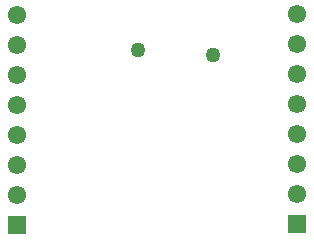
<source format=gbr>
%TF.GenerationSoftware,Altium Limited,Altium Designer,22.10.1 (41)*%
G04 Layer_Color=16711935*
%FSLAX45Y45*%
%MOMM*%
%TF.SameCoordinates,D7E988CF-99FB-4832-8B9A-B6F58F79CD6C*%
%TF.FilePolarity,Negative*%
%TF.FileFunction,Soldermask,Bot*%
%TF.Part,Single*%
G01*
G75*
%TA.AperFunction,ComponentPad*%
%ADD19R,1.55000X1.55000*%
%ADD20C,1.55000*%
%TA.AperFunction,ViaPad*%
%ADD21C,1.27000*%
D19*
X3039207Y247650D02*
D03*
X664307Y241275D02*
D03*
D20*
X3039207Y501650D02*
D03*
Y755650D02*
D03*
Y1009650D02*
D03*
Y1263650D02*
D03*
Y1517650D02*
D03*
Y1771650D02*
D03*
Y2025650D02*
D03*
X664307Y495275D02*
D03*
Y749275D02*
D03*
Y1003275D02*
D03*
Y1257275D02*
D03*
Y1511275D02*
D03*
Y1765275D02*
D03*
Y2019275D02*
D03*
D21*
X1694614Y1725485D02*
D03*
X2328007Y1682750D02*
D03*
%TF.MD5,2e44a5a97d24720afefc7ab0702715ce*%
M02*

</source>
